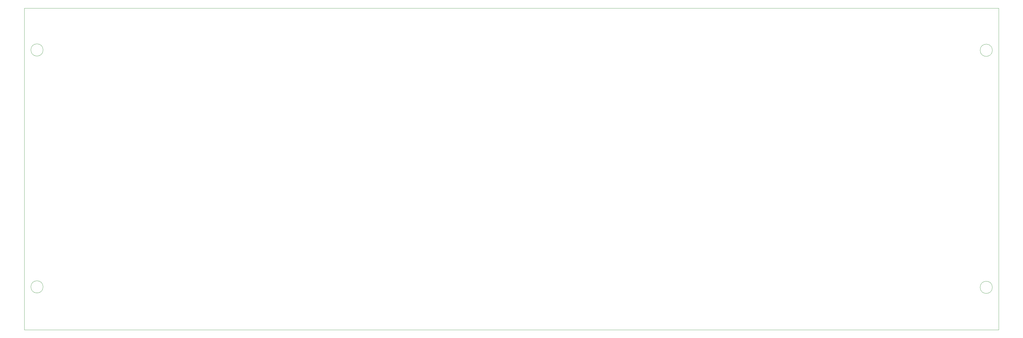
<source format=gbr>
%TF.GenerationSoftware,KiCad,Pcbnew,9.0.2*%
%TF.CreationDate,2025-07-13T15:23:57+02:00*%
%TF.ProjectId,elec,656c6563-2e6b-4696-9361-645f70636258,rev?*%
%TF.SameCoordinates,Original*%
%TF.FileFunction,Profile,NP*%
%FSLAX46Y46*%
G04 Gerber Fmt 4.6, Leading zero omitted, Abs format (unit mm)*
G04 Created by KiCad (PCBNEW 9.0.2) date 2025-07-13 15:23:57*
%MOMM*%
%LPD*%
G01*
G04 APERTURE LIST*
%TA.AperFunction,Profile*%
%ADD10C,0.050000*%
%TD*%
G04 APERTURE END LIST*
D10*
X57524846Y-187275154D02*
G75*
G02*
X53475154Y-187275154I-2024846J0D01*
G01*
X53475154Y-187275154D02*
G75*
G02*
X57524846Y-187275154I2024846J0D01*
G01*
X371624846Y-187425154D02*
G75*
G02*
X367575154Y-187425154I-2024846J0D01*
G01*
X367575154Y-187425154D02*
G75*
G02*
X371624846Y-187425154I2024846J0D01*
G01*
X371624846Y-108975154D02*
G75*
G02*
X367575154Y-108975154I-2024846J0D01*
G01*
X367575154Y-108975154D02*
G75*
G02*
X371624846Y-108975154I2024846J0D01*
G01*
X51350000Y-95050000D02*
X373700000Y-95050000D01*
X373700000Y-201500000D01*
X51350000Y-201500000D01*
X51350000Y-95050000D01*
X57524846Y-108875154D02*
G75*
G02*
X53475154Y-108875154I-2024846J0D01*
G01*
X53475154Y-108875154D02*
G75*
G02*
X57524846Y-108875154I2024846J0D01*
G01*
M02*

</source>
